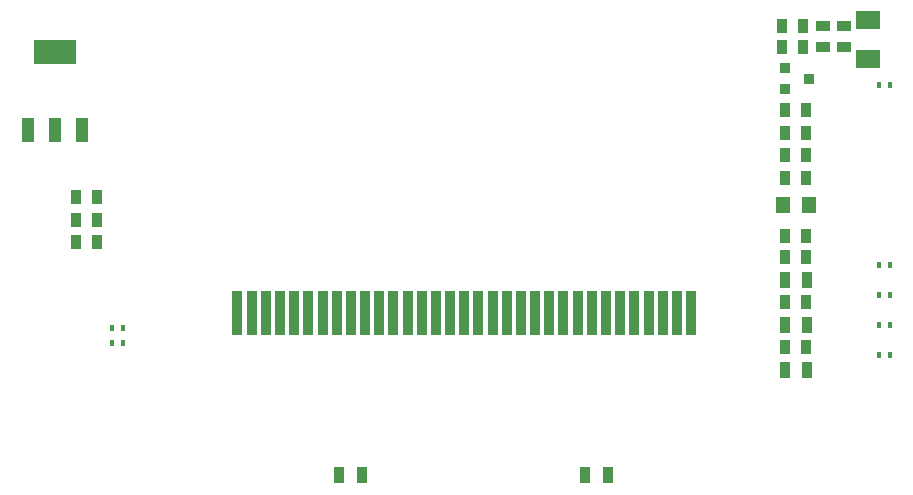
<source format=gbp>
G04 (created by PCBNEW (2013-04-19 BZR 4011)-stable) date 01/07/2013 10:58:15*
%MOIN*%
G04 Gerber Fmt 3.4, Leading zero omitted, Abs format*
%FSLAX34Y34*%
G01*
G70*
G90*
G04 APERTURE LIST*
%ADD10C,2.3622e-006*%
%ADD11R,0.0354X0.15*%
%ADD12R,0.036X0.036*%
%ADD13R,0.045X0.055*%
%ADD14R,0.035X0.045*%
%ADD15R,0.08X0.06*%
%ADD16R,0.035X0.055*%
%ADD17R,0.144X0.08*%
%ADD18R,0.04X0.08*%
%ADD19R,0.045X0.035*%
%ADD20R,0.0157X0.0236*%
G04 APERTURE END LIST*
G54D10*
G54D11*
X89200Y-53050D03*
X89672Y-53050D03*
X90145Y-53050D03*
X96759Y-53050D03*
X96287Y-53050D03*
X95814Y-53050D03*
X95342Y-53050D03*
X94869Y-53050D03*
X94397Y-53050D03*
X93924Y-53050D03*
X93452Y-53050D03*
X92980Y-53050D03*
X92507Y-53050D03*
X92035Y-53050D03*
X91562Y-53050D03*
X91090Y-53050D03*
X90617Y-53050D03*
X88728Y-53050D03*
X88255Y-53050D03*
X87783Y-53050D03*
X87310Y-53050D03*
X86838Y-53050D03*
X86365Y-53050D03*
X85893Y-53050D03*
X85420Y-53050D03*
X84948Y-53050D03*
X84476Y-53050D03*
X84003Y-53050D03*
X83531Y-53050D03*
X83058Y-53050D03*
X82585Y-53050D03*
X82113Y-53050D03*
X81641Y-53050D03*
G54D12*
X99900Y-44900D03*
X99900Y-45600D03*
X100700Y-45250D03*
G54D13*
X99825Y-49450D03*
X100675Y-49450D03*
G54D14*
X99900Y-46300D03*
X100600Y-46300D03*
X100600Y-47050D03*
X99900Y-47050D03*
X100600Y-48550D03*
X99900Y-48550D03*
X100600Y-47800D03*
X99900Y-47800D03*
X99800Y-43500D03*
X100500Y-43500D03*
X100500Y-44200D03*
X99800Y-44200D03*
G54D15*
X102650Y-44600D03*
X102650Y-43300D03*
G54D16*
X85025Y-58450D03*
X85775Y-58450D03*
X93975Y-58450D03*
X93225Y-58450D03*
X99875Y-54950D03*
X100625Y-54950D03*
X99875Y-53450D03*
X100625Y-53450D03*
X99875Y-51950D03*
X100625Y-51950D03*
G54D14*
X100600Y-54200D03*
X99900Y-54200D03*
X100600Y-52700D03*
X99900Y-52700D03*
X100600Y-51200D03*
X99900Y-51200D03*
X100600Y-50500D03*
X99900Y-50500D03*
X76950Y-50700D03*
X76250Y-50700D03*
X76950Y-49950D03*
X76250Y-49950D03*
X76950Y-49200D03*
X76250Y-49200D03*
G54D17*
X75550Y-44350D03*
G54D18*
X75550Y-46950D03*
X74650Y-46950D03*
X76450Y-46950D03*
G54D19*
X101150Y-44200D03*
X101150Y-43500D03*
X101850Y-43500D03*
X101850Y-44200D03*
G54D20*
X103377Y-54450D03*
X103023Y-54450D03*
X103377Y-53450D03*
X103023Y-53450D03*
X103377Y-52450D03*
X103023Y-52450D03*
X103377Y-51450D03*
X103023Y-51450D03*
X77827Y-53550D03*
X77473Y-53550D03*
X77827Y-54050D03*
X77473Y-54050D03*
X103023Y-45450D03*
X103377Y-45450D03*
M02*

</source>
